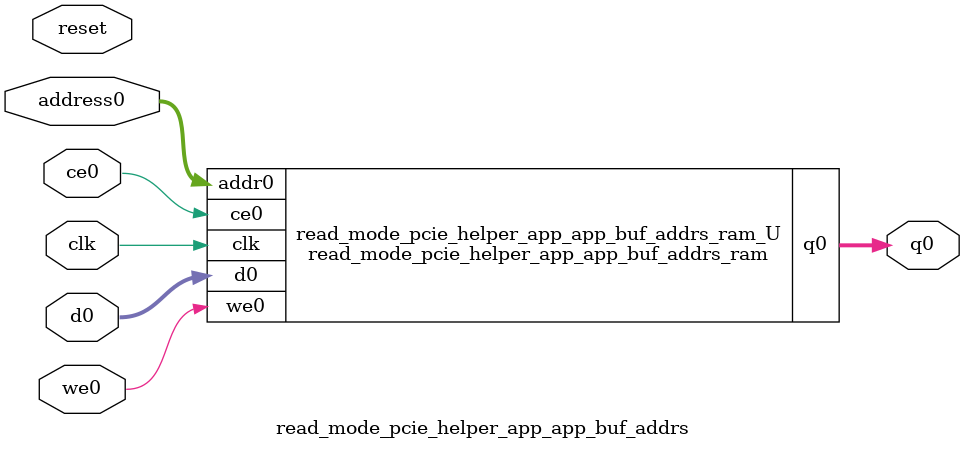
<source format=v>

`timescale 1 ns / 1 ps
module read_mode_pcie_helper_app_app_buf_addrs_ram (addr0, ce0, d0, we0, q0,  clk);

parameter DWIDTH = 64;
parameter AWIDTH = 3;
parameter MEM_SIZE = 8;

input[AWIDTH-1:0] addr0;
input ce0;
input[DWIDTH-1:0] d0;
input we0;
output reg[DWIDTH-1:0] q0;
input clk;

(* ram_style = "distributed" *)reg [DWIDTH-1:0] ram[0:MEM_SIZE-1];




always @(posedge clk)  
begin 
    if (ce0) 
    begin
        if (we0) 
        begin 
            ram[addr0] <= d0; 
            q0 <= d0;
        end 
        else 
            q0 <= ram[addr0];
    end
end


endmodule


`timescale 1 ns / 1 ps
module read_mode_pcie_helper_app_app_buf_addrs(
    reset,
    clk,
    address0,
    ce0,
    we0,
    d0,
    q0);

parameter DataWidth = 32'd64;
parameter AddressRange = 32'd8;
parameter AddressWidth = 32'd3;
input reset;
input clk;
input[AddressWidth - 1:0] address0;
input ce0;
input we0;
input[DataWidth - 1:0] d0;
output[DataWidth - 1:0] q0;



read_mode_pcie_helper_app_app_buf_addrs_ram read_mode_pcie_helper_app_app_buf_addrs_ram_U(
    .clk( clk ),
    .addr0( address0 ),
    .ce0( ce0 ),
    .d0( d0 ),
    .we0( we0 ),
    .q0( q0 ));

endmodule


</source>
